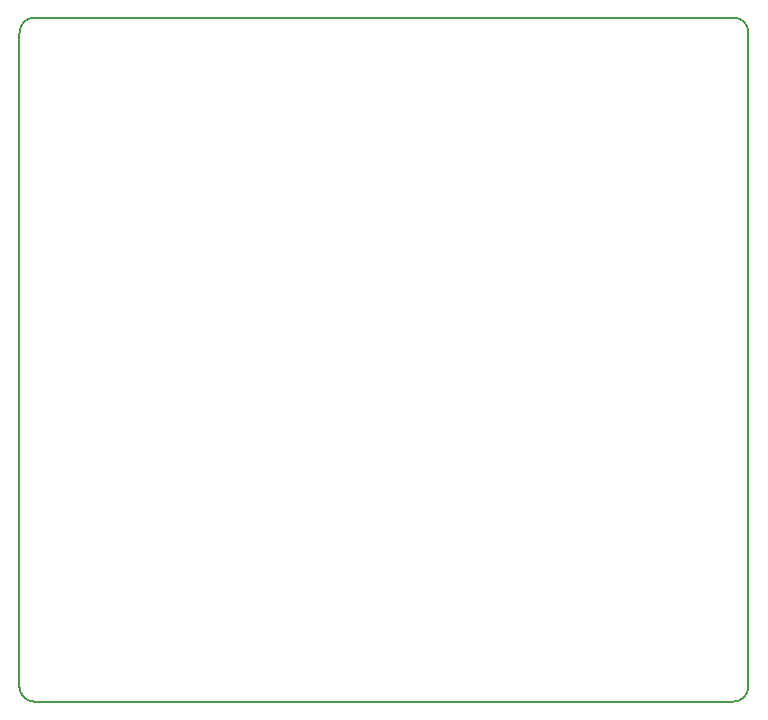
<source format=gbr>
G04 #@! TF.GenerationSoftware,KiCad,Pcbnew,(5.1.10-1-10_14)*
G04 #@! TF.CreationDate,2021-09-30T23:38:58-04:00*
G04 #@! TF.ProjectId,lv_bms_tester_board,6c765f62-6d73-45f7-9465-737465725f62,rev?*
G04 #@! TF.SameCoordinates,Original*
G04 #@! TF.FileFunction,Profile,NP*
%FSLAX46Y46*%
G04 Gerber Fmt 4.6, Leading zero omitted, Abs format (unit mm)*
G04 Created by KiCad (PCBNEW (5.1.10-1-10_14)) date 2021-09-30 23:38:58*
%MOMM*%
%LPD*%
G01*
G04 APERTURE LIST*
G04 #@! TA.AperFunction,Profile*
%ADD10C,0.200000*%
G04 #@! TD*
G04 APERTURE END LIST*
D10*
X98298000Y-133350000D02*
X98298000Y-77978000D01*
X158750000Y-134620000D02*
X99568000Y-134620000D01*
X160020000Y-77978000D02*
X160020000Y-133350000D01*
X99568000Y-76708000D02*
X158750000Y-76708000D01*
X158750000Y-76708000D02*
G75*
G02*
X160020000Y-77978000I0J-1270000D01*
G01*
X98298000Y-77978000D02*
G75*
G02*
X99568000Y-76708000I1270000J0D01*
G01*
X99568000Y-134620000D02*
G75*
G02*
X98298000Y-133350000I0J1270000D01*
G01*
X160020000Y-133350000D02*
G75*
G02*
X158750000Y-134620000I-1270000J0D01*
G01*
M02*

</source>
